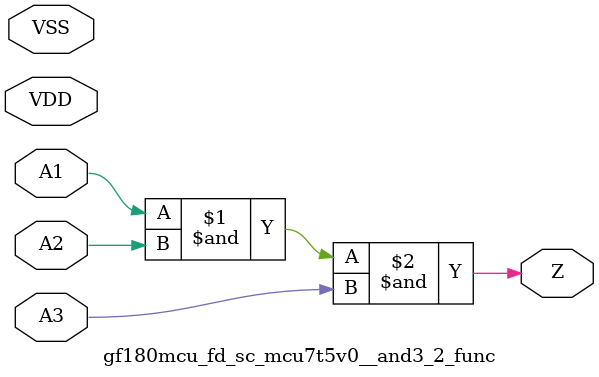
<source format=v>

module gf180mcu_fd_sc_mcu7t5v0__and3_2_func( A1, A2, A3, Z, VDD, VSS );
input A1, A2, A3;
inout VDD, VSS;
output Z;

	and MGM_BG_0( Z, A1, A2, A3 );

endmodule

</source>
